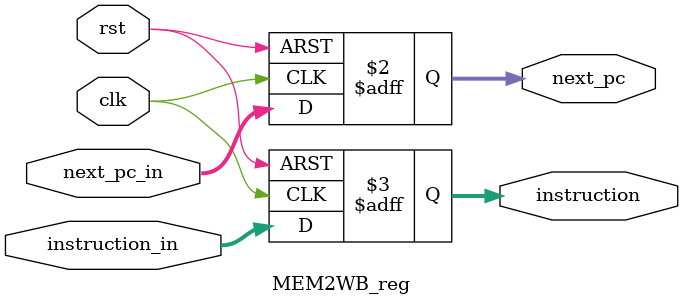
<source format=v>
module MEM2WB_reg(
  input clk, rst,
  input [31:0] next_pc_in, instruction_in,
  output reg [31:0] next_pc, instruction
);
  // input [31:0]result, read_data, input [4:0]reg_dst
                // ,input [1:0] write_back_signal
                // ,output reg [31:0]Read_data,Result
                // ,output reg [4:0]Reg_Dst
                // ,output reg [1:0] Write_back_signal);

    always@(posedge clk, posedge rst) begin
        if (rst) begin
            // Read_data <= 32'b0;
            // Result <= 32'b0;
            // Reg_Dst <= 5'b0;
            // Write_back_signal <= 2'b0;
            next_pc <= 0;
            instruction <= 0;
        end
        else begin
            // Read_data <= read_data;
            // Result <= result;
            // Reg_Dst <= reg_dst;
            // Write_back_signal <= write_back_signal;
            next_pc <= next_pc_in;
            instruction <= instruction_in;
        end
    end

endmodule

</source>
